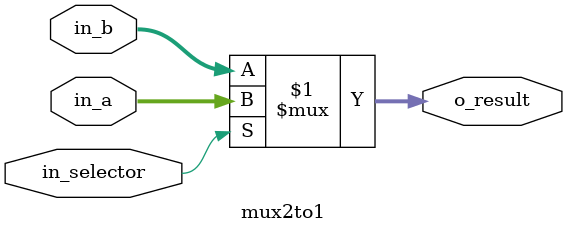
<source format=sv>
module mux2to1(in_a, in_b, in_selector, o_result);
	parameter DW = 4;
	input logic [DW-1:0] in_a, in_b;
	input in_selector;
	output logic [DW-1:0] o_result;
	
	assign o_result = in_selector ? in_a : in_b;

endmodule 

</source>
